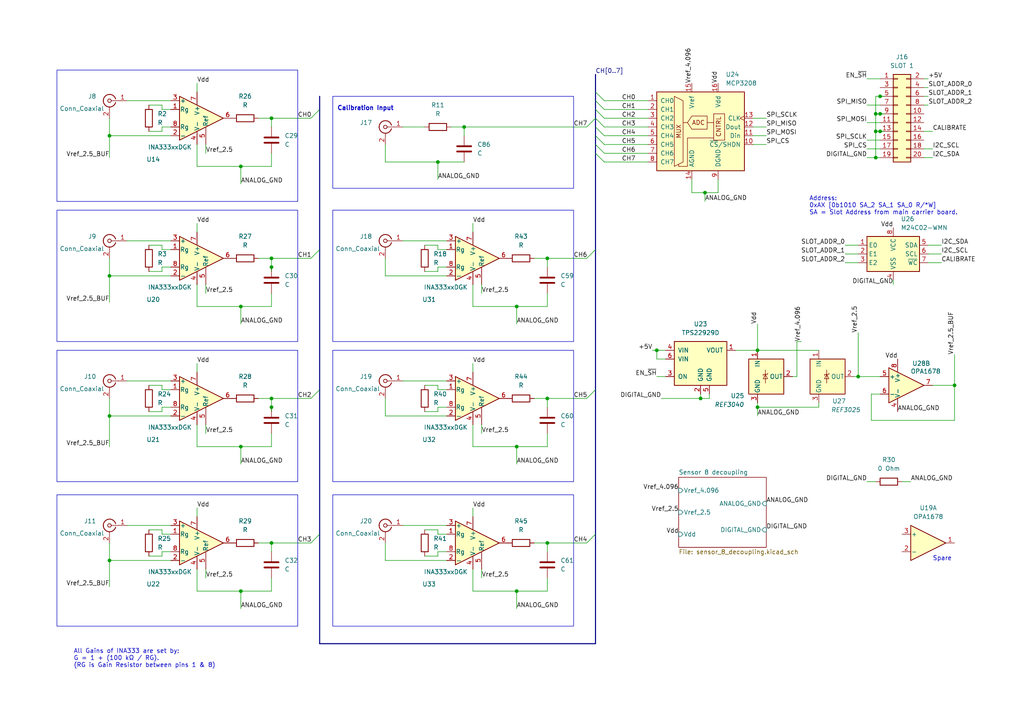
<source format=kicad_sch>
(kicad_sch (version 20231120) (generator "eeschema") (generator_version "8.0")
  (paper "A4")
  (lib_symbols
    (symbol "Amplifier_Instrumentation:INA333xxDGK" (pin_names (offset 0.127))
      (property "Reference" "U" (at 3.81 3.175 0))
      (property "Value" "INA333xxDGK" (at 3.81 -3.175 0))
      (symbol "INA333xxDGK_0_1"
        (polyline (pts (xy 7.62 0) (xy -5.08 6.35) (xy -5.08 -6.35) (xy 7.62 0)) (stroke (width 0.254)) (fill (type background)))
      )
      (symbol "INA333xxDGK_1_1"
        (pin passive line (at -7.62 2.54 0) (length 2.54) (name "Rg") (number "1"))
        (pin input line (at -7.62 -5.08 0) (length 2.54) (name "-") (number "2"))
        (pin input line (at -7.62 5.08 0) (length 2.54) (name "+") (number "3"))
        (pin power_in line (at 0 -7.62 90) (length 3.81) (name "V-") (number "4"))
        (pin input line (at 2.54 -7.62 90) (length 5.08) (name "Ref") (number "5"))
        (pin output line (at 10.16 0 180) (length 2.54) (name "~") (number "6"))
        (pin power_in line (at 0 7.62 270) (length 3.81) (name "V+") (number "7"))
        (pin passive line (at -7.62 -2.54 0) (length 2.54) (name "Rg") (number "8"))
      )
    )
    (symbol "Amplifier_Operational:OPA1678" (pin_names (offset 0.127))
      (property "Reference" "U" (at 0 5.08 0))
      (property "Value" "OPA1678" (at 0 -5.08 0))
      (symbol "OPA1678_1_1"
        (polyline (pts (xy -5.08 5.08) (xy 5.08 0) (xy -5.08 -5.08) (xy -5.08 5.08)) (stroke (width 0.254)) (fill (type background)))
        (pin output line (at 7.62 0 180) (length 2.54) (name "~") (number "1"))
        (pin input line (at -7.62 -2.54 0) (length 2.54) (name "-") (number "2"))
        (pin input line (at -7.62 2.54 0) (length 2.54) (name "+") (number "3"))
      )
      (symbol "OPA1678_2_1"
        (polyline (pts (xy -5.08 5.08) (xy 5.08 0) (xy -5.08 -5.08) (xy -5.08 5.08)) (stroke (width 0.254)) (fill (type background)))
        (pin input line (at -7.62 2.54 0) (length 2.54) (name "+") (number "5"))
        (pin input line (at -7.62 -2.54 0) (length 2.54) (name "-") (number "6"))
        (pin output line (at 7.62 0 180) (length 2.54) (name "~") (number "7"))
      )
      (symbol "OPA1678_3_1"
        (pin power_in line (at -2.54 -7.62 90) (length 3.81) (name "V-") (number "4"))
        (pin power_in line (at -2.54 7.62 270) (length 3.81) (name "V+") (number "8"))
      )
    )
    (symbol "Analog_ADC:MCP3208" (pin_names (offset 1.016))
      (property "Reference" "U" (at -5.08 13.335 0))
      (property "Value" "MCP3208" (at -5.08 11.43 0))
      (symbol "MCP3208_0_0"
        (text "ADC" (at -0.635 1.27 0) (effects (font (size 1.27 1.27))))
        (text "CNTRL" (at 5.969 -2.921 900) (effects (font (size 1.27 1.27)) (justify left bottom)))
        (text "MUX" (at -6.35 -1.27 900) (effects (font (size 1.27 1.27))))
      )
      (symbol "MCP3208_0_1"
        (polyline (pts (xy -3.81 1.27) (xy -5.08 1.27)))
        (polyline (pts (xy 1.905 1.27) (xy 3.81 1.27)))
        (polyline (pts (xy -7.62 8.89) (xy -7.62 -11.43) (xy -5.08 -10.16) (xy -5.08 7.62) (xy -7.62 8.89)))
        (polyline (pts (xy 3.81 -3.175) (xy -3.81 -3.175) (xy -3.81 -11.43) (xy -6.35 -11.43) (xy -6.35 -10.795)))
        (polyline (pts (xy 1.905 3.175) (xy 1.905 -0.635) (xy -2.54 -0.635) (xy -3.81 1.27) (xy -2.54 3.175) (xy 1.905 3.175)))
        (rectangle (start 3.81 -3.81) (end 6.985 3.81))
        (rectangle (start 12.7 -12.7) (end -12.7 10.16) (stroke (width 0.254)) (fill (type background)))
      )
      (symbol "MCP3208_1_1"
        (pin input line (at -15.24 7.62 0) (length 2.54) (name "CH0") (number "1"))
        (pin input line (at 15.24 -5.08 180) (length 2.54) (name "~{CS}/SHDN") (number "10"))
        (pin input line (at 15.24 -2.54 180) (length 2.54) (name "Din") (number "11"))
        (pin output line (at 15.24 0 180) (length 2.54) (name "Dout") (number "12"))
        (pin input clock (at 15.24 2.54 180) (length 2.54) (name "CLK") (number "13"))
        (pin power_in line (at -2.54 -15.24 90) (length 2.54) (name "AGND") (number "14"))
        (pin power_in line (at -2.54 12.7 270) (length 2.54) (name "Vref") (number "15"))
        (pin power_in line (at 5.08 12.7 270) (length 2.54) (name "Vdd") (number "16"))
        (pin input line (at -15.24 5.08 0) (length 2.54) (name "CH1") (number "2"))
        (pin input line (at -15.24 2.54 0) (length 2.54) (name "CH2") (number "3"))
        (pin input line (at -15.24 0 0) (length 2.54) (name "CH3") (number "4"))
        (pin input line (at -15.24 -2.54 0) (length 2.54) (name "CH4") (number "5"))
        (pin input line (at -15.24 -5.08 0) (length 2.54) (name "CH5") (number "6"))
        (pin input line (at -15.24 -7.62 0) (length 2.54) (name "CH6") (number "7"))
        (pin input line (at -15.24 -10.16 0) (length 2.54) (name "CH7") (number "8"))
        (pin power_in line (at 5.08 -15.24 90) (length 2.54) (name "DGND") (number "9"))
      )
    )
    (symbol "Connector:Conn_Coaxial" (pin_names (offset 1.016) hide)
      (property "Reference" "J" (at 0.254 3.048 0))
      (property "Value" "Conn_Coaxial" (at 2.921 0 90))
      (symbol "Conn_Coaxial_0_1"
        (arc (start -1.778 -0.508) (mid 0.2311 -1.8066) (end 1.778 0) (stroke (width 0.254)))
        (polyline (pts (xy -2.54 0) (xy -0.508 0)))
        (polyline (pts (xy 0 -2.54) (xy 0 -1.778)))
        (circle (center 0 0) (radius 0.508) (stroke (width 0.2032)))
        (arc (start 1.778 0) (mid 0.2099 1.8101) (end -1.778 0.508) (stroke (width 0.254)))
      )
      (symbol "Conn_Coaxial_1_1"
        (pin passive line (at -5.08 0 0) (length 2.54) (name "In") (number "1"))
        (pin passive line (at 0 -5.08 90) (length 2.54) (name "Ext") (number "2"))
      )
    )
    (symbol "Connector_Generic:Conn_02x10_Odd_Even" (pin_names (offset 1.016) hide)
      (property "Reference" "J" (at 1.27 12.7 0))
      (property "Value" "Conn_02x10_Odd_Even" (at 1.27 -15.24 0))
      (symbol "Conn_02x10_Odd_Even_1_1"
        (rectangle (start -1.27 -12.573) (end 0 -12.827) (stroke (width 0.1524)))
        (rectangle (start -1.27 -10.033) (end 0 -10.287) (stroke (width 0.1524)))
        (rectangle (start -1.27 -7.493) (end 0 -7.747) (stroke (width 0.1524)))
        (rectangle (start -1.27 -4.953) (end 0 -5.207) (stroke (width 0.1524)))
        (rectangle (start -1.27 -2.413) (end 0 -2.667) (stroke (width 0.1524)))
        (rectangle (start -1.27 0.127) (end 0 -0.127) (stroke (width 0.1524)))
        (rectangle (start -1.27 2.667) (end 0 2.413) (stroke (width 0.1524)))
        (rectangle (start -1.27 5.207) (end 0 4.953) (stroke (width 0.1524)))
        (rectangle (start -1.27 7.747) (end 0 7.493) (stroke (width 0.1524)))
        (rectangle (start -1.27 10.287) (end 0 10.033) (stroke (width 0.1524)))
        (rectangle (start -1.27 11.43) (end 3.81 -13.97) (stroke (width 0.254)) (fill (type background)))
        (rectangle (start 3.81 -12.573) (end 2.54 -12.827) (stroke (width 0.1524)))
        (rectangle (start 3.81 -10.033) (end 2.54 -10.287) (stroke (width 0.1524)))
        (rectangle (start 3.81 -7.493) (end 2.54 -7.747) (stroke (width 0.1524)))
        (rectangle (start 3.81 -4.953) (end 2.54 -5.207) (stroke (width 0.1524)))
        (rectangle (start 3.81 -2.413) (end 2.54 -2.667) (stroke (width 0.1524)))
        (rectangle (start 3.81 0.127) (end 2.54 -0.127) (stroke (width 0.1524)))
        (rectangle (start 3.81 2.667) (end 2.54 2.413) (stroke (width 0.1524)))
        (rectangle (start 3.81 5.207) (end 2.54 4.953) (stroke (width 0.1524)))
        (rectangle (start 3.81 7.747) (end 2.54 7.493) (stroke (width 0.1524)))
        (rectangle (start 3.81 10.287) (end 2.54 10.033) (stroke (width 0.1524)))
        (pin passive line (at -5.08 10.16 0) (length 3.81) (name "Pin_1") (number "1"))
        (pin passive line (at 7.62 0 180) (length 3.81) (name "Pin_10") (number "10"))
        (pin passive line (at -5.08 -2.54 0) (length 3.81) (name "Pin_11") (number "11"))
        (pin passive line (at 7.62 -2.54 180) (length 3.81) (name "Pin_12") (number "12"))
        (pin passive line (at -5.08 -5.08 0) (length 3.81) (name "Pin_13") (number "13"))
        (pin passive line (at 7.62 -5.08 180) (length 3.81) (name "Pin_14") (number "14"))
        (pin passive line (at -5.08 -7.62 0) (length 3.81) (name "Pin_15") (number "15"))
        (pin passive line (at 7.62 -7.62 180) (length 3.81) (name "Pin_16") (number "16"))
        (pin passive line (at -5.08 -10.16 0) (length 3.81) (name "Pin_17") (number "17"))
        (pin passive line (at 7.62 -10.16 180) (length 3.81) (name "Pin_18") (number "18"))
        (pin passive line (at -5.08 -12.7 0) (length 3.81) (name "Pin_19") (number "19"))
        (pin passive line (at 7.62 10.16 180) (length 3.81) (name "Pin_2") (number "2"))
        (pin passive line (at 7.62 -12.7 180) (length 3.81) (name "Pin_20") (number "20"))
        (pin passive line (at -5.08 7.62 0) (length 3.81) (name "Pin_3") (number "3"))
        (pin passive line (at 7.62 7.62 180) (length 3.81) (name "Pin_4") (number "4"))
        (pin passive line (at -5.08 5.08 0) (length 3.81) (name "Pin_5") (number "5"))
        (pin passive line (at 7.62 5.08 180) (length 3.81) (name "Pin_6") (number "6"))
        (pin passive line (at -5.08 2.54 0) (length 3.81) (name "Pin_7") (number "7"))
        (pin passive line (at 7.62 2.54 180) (length 3.81) (name "Pin_8") (number "8"))
        (pin passive line (at -5.08 0 0) (length 3.81) (name "Pin_9") (number "9"))
      )
    )
    (symbol "Device:C" (pin_numbers hide) (pin_names (offset 0.254))
      (property "Reference" "C" (at 0.635 2.54 0))
      (property "Value" "C" (at 0.635 -2.54 0))
      (symbol "C_0_1"
        (polyline (pts (xy -2.032 -0.762) (xy 2.032 -0.762)) (stroke (width 0.508)))
        (polyline (pts (xy -2.032 0.762) (xy 2.032 0.762)) (stroke (width 0.508)))
      )
      (symbol "C_1_1"
        (pin passive line (at 0 3.81 270) (length 2.794) (name "~") (number "1"))
        (pin passive line (at 0 -3.81 90) (length 2.794) (name "~") (number "2"))
      )
    )
    (symbol "Device:R" (pin_numbers hide) (pin_names (offset 0))
      (property "Reference" "R" (at 2.032 0 90))
      (property "Value" "R" (at 0 0 90))
      (symbol "R_0_1"
        (rectangle (start -1.016 -2.54) (end 1.016 2.54) (stroke (width 0.254)))
      )
      (symbol "R_1_1"
        (pin passive line (at 0 3.81 270) (length 1.27) (name "~") (number "1"))
        (pin passive line (at 0 -3.81 90) (length 1.27) (name "~") (number "2"))
      )
    )
    (symbol "Memory_EEPROM:M24C02-WMN"
      (property "Reference" "U" (at -6.35 6.35 0))
      (property "Value" "M24C02-WMN" (at 7.62 6.35 0))
      (symbol "M24C02-WMN_0_1"
        (rectangle (start -7.62 5.08) (end 7.62 -5.08) (stroke (width 0.254)) (fill (type background)))
      )
      (symbol "M24C02-WMN_1_1"
        (pin input line (at -10.16 2.54 0) (length 2.54) (name "E0") (number "1"))
        (pin input line (at -10.16 0 0) (length 2.54) (name "E1") (number "2"))
        (pin input line (at -10.16 -2.54 0) (length 2.54) (name "E2") (number "3"))
        (pin power_in line (at 0 -7.62 90) (length 2.54) (name "VSS") (number "4"))
        (pin bidirectional line (at 10.16 2.54 180) (length 2.54) (name "SDA") (number "5"))
        (pin input line (at 10.16 0 180) (length 2.54) (name "SCL") (number "6"))
        (pin input line (at 10.16 -2.54 180) (length 2.54) (name "~{WC}") (number "7"))
        (pin power_in line (at 0 7.62 270) (length 2.54) (name "VCC") (number "8"))
      )
    )
    (symbol "Power_Management:TPS22929D" (pin_names (offset 1.016))
      (property "Reference" "U" (at -7.62 8.89 0))
      (property "Value" "TPS22929D" (at 7.62 8.89 0))
      (symbol "TPS22929D_0_1"
        (rectangle (start -7.62 7.62) (end 7.62 -5.08) (stroke (width 0.254)) (fill (type background)))
      )
      (symbol "TPS22929D_1_1"
        (pin power_out line (at 10.16 5.08 180) (length 2.54) (name "VOUT") (number "1"))
        (pin power_in line (at 0 -7.62 90) (length 2.54) (name "GND") (number "2"))
        (pin input line (at -10.16 -2.54 0) (length 2.54) (name "ON") (number "3"))
        (pin power_in line (at -10.16 5.08 0) (length 2.54) (name "VIN") (number "4"))
        (pin power_in line (at 2.54 -7.62 90) (length 2.54) (name "GND") (number "5"))
        (pin power_in line (at -10.16 2.54 0) (length 2.54) (name "VIN") (number "6"))
      )
    )
    (symbol "Reference_Voltage:REF3025" (pin_names (offset 0.254))
      (property "Reference" "U" (at 0 6.35 0))
      (property "Value" "REF3025" (at 2.54 -6.35 0))
      (symbol "REF3025_0_1"
        (rectangle (start -5.08 5.08) (end 5.08 -5.08) (stroke (width 0.254)) (fill (type background)))
        (polyline (pts (xy -0.254 1.905) (xy -0.254 -1.905)))
        (polyline (pts (xy -0.889 -0.635) (xy 0.381 -0.635) (xy -0.254 0.635) (xy -0.889 -0.635)))
        (polyline (pts (xy 0.381 1.016) (xy 0.381 0.635) (xy -0.889 0.635) (xy -0.889 0.254)))
      )
      (symbol "REF3025_1_1"
        (pin power_in line (at -2.54 7.62 270) (length 2.54) (name "IN") (number "1"))
        (pin power_out line (at 7.62 0 180) (length 2.54) (name "OUT") (number "2"))
        (pin power_in line (at -2.54 -7.62 90) (length 2.54) (name "GND") (number "3"))
      )
    )
    (symbol "Reference_Voltage:REF3040" (pin_names (offset 0.254))
      (property "Reference" "U" (at 0 6.35 0))
      (property "Value" "REF3040" (at 2.54 -6.35 0))
      (symbol "REF3040_0_1"
        (rectangle (start -5.08 5.08) (end 5.08 -5.08) (stroke (width 0.254)) (fill (type background)))
        (polyline (pts (xy -0.254 1.905) (xy -0.254 -1.905)))
        (polyline (pts (xy -0.889 -0.635) (xy 0.381 -0.635) (xy -0.254 0.635) (xy -0.889 -0.635)))
        (polyline (pts (xy 0.381 1.016) (xy 0.381 0.635) (xy -0.889 0.635) (xy -0.889 0.254)))
      )
      (symbol "REF3040_1_1"
        (pin power_in line (at -2.54 7.62 270) (length 2.54) (name "IN") (number "1"))
        (pin power_out line (at 7.62 0 180) (length 2.54) (name "OUT") (number "2"))
        (pin power_in line (at -2.54 -7.62 90) (length 2.54) (name "GND") (number "3"))
      )
    )
  )
  (junction (at 149.86 171.45))
  (junction (at 69.85 48.26))
  (junction (at 204.47 55.88))
  (junction (at 69.85 171.45))
  (junction (at 254 33.02))
  (junction (at 31.75 80.01))
  (junction (at 248.92 109.22))
  (junction (at 255.27 38.1))
  (junction (at 149.86 88.9))
  (junction (at 219.71 118.11))
  (junction (at 78.74 77.47))
  (junction (at 276.86 111.76))
  (junction (at 255.27 27.94))
  (junction (at 31.75 39.37))
  (junction (at 78.74 34.29))
  (junction (at 134.62 36.83))
  (junction (at 158.75 157.48))
  (junction (at 69.85 88.9))
  (junction (at 219.71 101.6))
  (junction (at 203.2 115.57))
  (junction (at 69.85 129.54))
  (junction (at 254 45.72))
  (junction (at 31.75 120.65))
  (junction (at 158.75 115.57))
  (junction (at 254 38.1))
  (junction (at 127 46.99))
  (junction (at 158.75 74.93))
  (junction (at 78.74 118.11))
  (junction (at 255.27 33.02))
  (junction (at 78.74 157.48))
  (junction (at 78.74 74.93))
  (junction (at 78.74 115.57))
  (junction (at 190.5 101.6))
  (junction (at 149.86 129.54))
  (junction (at 31.75 162.56))
  (bus_entry (at 172.72 113.03) (size -2.54 2.54))
  (bus_entry (at 92.71 31.75) (size -2.54 2.54))
  (bus_entry (at 172.72 39.37) (size 2.54 2.54))
  (bus_entry (at 92.71 72.39) (size -2.54 2.54))
  (bus_entry (at 172.72 34.29) (size 2.54 2.54))
  (bus_entry (at 172.72 36.83) (size 2.54 2.54))
  (bus_entry (at 172.72 29.21) (size 2.54 2.54))
  (bus_entry (at 172.72 26.67) (size 2.54 2.54))
  (bus_entry (at 172.72 154.94) (size -2.54 2.54))
  (bus_entry (at 172.72 41.91) (size 2.54 2.54))
  (bus_entry (at 172.72 31.75) (size 2.54 2.54))
  (bus_entry (at 92.71 113.03) (size -2.54 2.54))
  (bus_entry (at 92.71 154.94) (size -2.54 2.54))
  (bus_entry (at 172.72 34.29) (size -2.54 2.54))
  (bus_entry (at 172.72 44.45) (size 2.54 2.54))
  (bus_entry (at 172.72 72.39) (size -2.54 2.54))
  (bus (pts (xy 172.72 72.39) (xy 172.72 113.03)))
  (wire (pts (xy 31.75 39.37) (xy 31.75 45.72)))
  (wire (pts (xy 245.11 73.66) (xy 248.92 73.66)))
  (wire (pts (xy 69.85 88.9) (xy 78.74 88.9)))
  (wire (pts (xy 137.16 129.54) (xy 137.16 123.19)))
  (bus (pts (xy 172.72 26.67) (xy 172.72 29.21)))
  (wire (pts (xy 218.44 39.37) (xy 222.25 39.37)))
  (wire (pts (xy 255.27 35.56) (xy 251.46 35.56)))
  (wire (pts (xy 129.54 72.39) (xy 127 72.39)))
  (wire (pts (xy 57.15 105.41) (xy 57.15 107.95)))
  (wire (pts (xy 49.53 113.03) (xy 46.99 113.03)))
  (wire (pts (xy 149.86 88.9) (xy 158.75 88.9)))
  (wire (pts (xy 251.46 43.18) (xy 255.27 43.18)))
  (wire (pts (xy 36.83 69.85) (xy 49.53 69.85)))
  (wire (pts (xy 254 27.94) (xy 254 33.02)))
  (wire (pts (xy 256.54 38.1) (xy 255.27 38.1)))
  (wire (pts (xy 256.54 27.94) (xy 255.27 27.94)))
  (wire (pts (xy 78.74 157.48) (xy 90.17 157.48)))
  (bus (pts (xy 172.72 34.29) (xy 172.72 36.83)))
  (wire (pts (xy 158.75 74.93) (xy 154.94 74.93)))
  (wire (pts (xy 218.44 36.83) (xy 222.25 36.83)))
  (wire (pts (xy 49.53 72.39) (xy 46.99 72.39)))
  (wire (pts (xy 129.54 154.94) (xy 127 154.94)))
  (wire (pts (xy 276.86 121.92) (xy 252.73 121.92)))
  (wire (pts (xy 149.86 171.45) (xy 158.75 171.45)))
  (wire (pts (xy 158.75 157.48) (xy 154.94 157.48)))
  (wire (pts (xy 191.77 115.57) (xy 203.2 115.57)))
  (wire (pts (xy 137.16 105.41) (xy 137.16 107.95)))
  (wire (pts (xy 213.36 101.6) (xy 219.71 101.6)))
  (wire (pts (xy 31.75 120.65) (xy 31.75 115.57)))
  (wire (pts (xy 69.85 129.54) (xy 69.85 134.62)))
  (wire (pts (xy 255.27 38.1) (xy 254 38.1)))
  (wire (pts (xy 134.62 36.83) (xy 134.62 39.37)))
  (wire (pts (xy 255.27 40.64) (xy 251.46 40.64)))
  (wire (pts (xy 248.92 109.22) (xy 255.27 109.22)))
  (wire (pts (xy 111.76 46.99) (xy 111.76 41.91)))
  (wire (pts (xy 46.99 113.03) (xy 46.99 111.76)))
  (wire (pts (xy 149.86 171.45) (xy 149.86 176.53)))
  (wire (pts (xy 175.26 34.29) (xy 187.96 34.29)))
  (wire (pts (xy 219.71 116.84) (xy 219.71 118.11)))
  (wire (pts (xy 137.16 64.77) (xy 137.16 67.31)))
  (wire (pts (xy 158.75 74.93) (xy 170.18 74.93)))
  (wire (pts (xy 123.19 161.29) (xy 127 161.29)))
  (wire (pts (xy 46.99 72.39) (xy 46.99 71.12)))
  (wire (pts (xy 59.69 165.1) (xy 59.69 167.64)))
  (wire (pts (xy 46.99 160.02) (xy 49.53 160.02)))
  (wire (pts (xy 270.51 38.1) (xy 267.97 38.1)))
  (wire (pts (xy 149.86 88.9) (xy 137.16 88.9)))
  (wire (pts (xy 69.85 129.54) (xy 57.15 129.54)))
  (wire (pts (xy 43.18 38.1) (xy 46.99 38.1)))
  (wire (pts (xy 175.26 39.37) (xy 187.96 39.37)))
  (wire (pts (xy 43.18 161.29) (xy 46.99 161.29)))
  (wire (pts (xy 254 45.72) (xy 255.27 45.72)))
  (wire (pts (xy 69.85 129.54) (xy 78.74 129.54)))
  (wire (pts (xy 231.14 99.06) (xy 232.41 99.06)))
  (bus (pts (xy 172.72 36.83) (xy 172.72 39.37)))
  (bus (pts (xy 172.72 113.03) (xy 172.72 154.94)))
  (wire (pts (xy 219.71 101.6) (xy 237.49 101.6)))
  (wire (pts (xy 267.97 25.4) (xy 269.24 25.4)))
  (bus (pts (xy 172.72 154.94) (xy 172.72 186.69)))
  (wire (pts (xy 49.53 120.65) (xy 31.75 120.65)))
  (wire (pts (xy 137.16 88.9) (xy 137.16 82.55)))
  (wire (pts (xy 127 153.67) (xy 123.19 153.67)))
  (bus (pts (xy 92.71 31.75) (xy 92.71 72.39)))
  (wire (pts (xy 175.26 29.21) (xy 187.96 29.21)))
  (wire (pts (xy 158.75 115.57) (xy 170.18 115.57)))
  (wire (pts (xy 116.84 110.49) (xy 129.54 110.49)))
  (wire (pts (xy 78.74 78.74) (xy 78.74 77.47)))
  (wire (pts (xy 111.76 162.56) (xy 111.76 157.48)))
  (wire (pts (xy 46.99 71.12) (xy 43.18 71.12)))
  (wire (pts (xy 134.62 36.83) (xy 130.81 36.83)))
  (wire (pts (xy 200.66 52.07) (xy 200.66 55.88)))
  (wire (pts (xy 78.74 118.11) (xy 78.74 115.57)))
  (wire (pts (xy 149.86 129.54) (xy 149.86 134.62)))
  (bus (pts (xy 92.71 113.03) (xy 92.71 154.94)))
  (wire (pts (xy 36.83 110.49) (xy 49.53 110.49)))
  (wire (pts (xy 137.16 171.45) (xy 137.16 165.1)))
  (bus (pts (xy 172.72 44.45) (xy 172.72 72.39)))
  (wire (pts (xy 259.08 82.55) (xy 259.08 81.28)))
  (wire (pts (xy 269.24 76.2) (xy 273.05 76.2)))
  (wire (pts (xy 203.2 115.57) (xy 203.2 114.3)))
  (bus (pts (xy 172.72 39.37) (xy 172.72 41.91)))
  (wire (pts (xy 46.99 36.83) (xy 49.53 36.83)))
  (bus (pts (xy 172.72 29.21) (xy 172.72 31.75)))
  (wire (pts (xy 254 38.1) (xy 254 45.72)))
  (wire (pts (xy 254 33.02) (xy 254 38.1)))
  (wire (pts (xy 46.99 118.11) (xy 49.53 118.11)))
  (wire (pts (xy 127 72.39) (xy 127 71.12)))
  (wire (pts (xy 231.14 99.06) (xy 231.14 109.22)))
  (wire (pts (xy 49.53 31.75) (xy 46.99 31.75)))
  (wire (pts (xy 204.47 55.88) (xy 204.47 58.42)))
  (wire (pts (xy 255.27 30.48) (xy 251.46 30.48)))
  (wire (pts (xy 123.19 78.74) (xy 127 78.74)))
  (wire (pts (xy 57.15 171.45) (xy 57.15 165.1)))
  (wire (pts (xy 46.99 154.94) (xy 46.99 153.67)))
  (wire (pts (xy 31.75 80.01) (xy 31.75 74.93)))
  (wire (pts (xy 78.74 119.38) (xy 78.74 118.11)))
  (wire (pts (xy 78.74 74.93) (xy 78.74 77.47)))
  (wire (pts (xy 49.53 80.01) (xy 31.75 80.01)))
  (wire (pts (xy 129.54 113.03) (xy 127 113.03)))
  (wire (pts (xy 245.11 71.12) (xy 248.92 71.12)))
  (wire (pts (xy 78.74 74.93) (xy 90.17 74.93)))
  (wire (pts (xy 251.46 22.86) (xy 255.27 22.86)))
  (wire (pts (xy 69.85 171.45) (xy 57.15 171.45)))
  (wire (pts (xy 57.15 88.9) (xy 57.15 82.55)))
  (wire (pts (xy 267.97 30.48) (xy 269.24 30.48)))
  (wire (pts (xy 149.86 129.54) (xy 137.16 129.54)))
  (bus (pts (xy 172.72 186.69) (xy 92.71 186.69)))
  (wire (pts (xy 57.15 48.26) (xy 57.15 41.91)))
  (wire (pts (xy 190.5 101.6) (xy 193.04 101.6)))
  (wire (pts (xy 127 119.38) (xy 127 118.11)))
  (wire (pts (xy 208.28 52.07) (xy 208.28 55.88)))
  (wire (pts (xy 276.86 111.76) (xy 276.86 121.92)))
  (wire (pts (xy 175.26 44.45) (xy 187.96 44.45)))
  (wire (pts (xy 134.62 36.83) (xy 170.18 36.83)))
  (wire (pts (xy 127 118.11) (xy 129.54 118.11)))
  (wire (pts (xy 49.53 39.37) (xy 31.75 39.37)))
  (wire (pts (xy 158.75 115.57) (xy 158.75 118.11)))
  (wire (pts (xy 116.84 36.83) (xy 123.19 36.83)))
  (wire (pts (xy 127 160.02) (xy 129.54 160.02)))
  (wire (pts (xy 251.46 139.7) (xy 254 139.7)))
  (wire (pts (xy 127 46.99) (xy 127 52.07)))
  (wire (pts (xy 139.7 123.19) (xy 139.7 125.73)))
  (wire (pts (xy 267.97 22.86) (xy 269.24 22.86)))
  (wire (pts (xy 49.53 162.56) (xy 31.75 162.56)))
  (wire (pts (xy 205.74 114.3) (xy 205.74 115.57)))
  (wire (pts (xy 116.84 152.4) (xy 129.54 152.4)))
  (wire (pts (xy 36.83 152.4) (xy 49.53 152.4)))
  (wire (pts (xy 78.74 34.29) (xy 78.74 36.83)))
  (wire (pts (xy 252.73 114.3) (xy 255.27 114.3)))
  (wire (pts (xy 57.15 129.54) (xy 57.15 123.19)))
  (wire (pts (xy 59.69 41.91) (xy 59.69 44.45)))
  (wire (pts (xy 46.99 78.74) (xy 46.99 77.47)))
  (wire (pts (xy 175.26 31.75) (xy 187.96 31.75)))
  (wire (pts (xy 57.15 147.32) (xy 57.15 149.86)))
  (wire (pts (xy 190.5 104.14) (xy 190.5 101.6)))
  (wire (pts (xy 248.92 109.22) (xy 247.65 109.22)))
  (wire (pts (xy 111.76 80.01) (xy 111.76 74.93)))
  (wire (pts (xy 267.97 45.72) (xy 270.51 45.72)))
  (wire (pts (xy 116.84 69.85) (xy 129.54 69.85)))
  (wire (pts (xy 231.14 109.22) (xy 229.87 109.22)))
  (wire (pts (xy 255.27 27.94) (xy 254 27.94)))
  (wire (pts (xy 158.75 157.48) (xy 170.18 157.48)))
  (wire (pts (xy 149.86 171.45) (xy 137.16 171.45)))
  (wire (pts (xy 36.83 29.21) (xy 49.53 29.21)))
  (wire (pts (xy 31.75 87.63) (xy 31.75 80.01)))
  (wire (pts (xy 69.85 48.26) (xy 78.74 48.26)))
  (wire (pts (xy 189.23 101.6) (xy 190.5 101.6)))
  (wire (pts (xy 129.54 120.65) (xy 111.76 120.65)))
  (wire (pts (xy 59.69 123.19) (xy 59.69 125.73)))
  (wire (pts (xy 267.97 27.94) (xy 269.24 27.94)))
  (wire (pts (xy 158.75 125.73) (xy 158.75 129.54)))
  (wire (pts (xy 252.73 121.92) (xy 252.73 114.3)))
  (wire (pts (xy 57.15 24.13) (xy 57.15 26.67)))
  (wire (pts (xy 31.75 162.56) (xy 31.75 170.18)))
  (wire (pts (xy 200.66 55.88) (xy 204.47 55.88)))
  (wire (pts (xy 69.85 48.26) (xy 69.85 53.34)))
  (wire (pts (xy 269.24 73.66) (xy 273.05 73.66)))
  (wire (pts (xy 123.19 119.38) (xy 127 119.38)))
  (wire (pts (xy 149.86 129.54) (xy 158.75 129.54)))
  (wire (pts (xy 69.85 171.45) (xy 78.74 171.45)))
  (wire (pts (xy 57.15 64.77) (xy 57.15 67.31)))
  (wire (pts (xy 218.44 34.29) (xy 222.25 34.29)))
  (wire (pts (xy 127 77.47) (xy 129.54 77.47)))
  (wire (pts (xy 78.74 74.93) (xy 74.93 74.93)))
  (wire (pts (xy 158.75 115.57) (xy 154.94 115.57)))
  (wire (pts (xy 251.46 45.72) (xy 254 45.72)))
  (wire (pts (xy 69.85 171.45) (xy 69.85 176.53)))
  (wire (pts (xy 78.74 125.73) (xy 78.74 129.54)))
  (wire (pts (xy 261.62 139.7) (xy 264.16 139.7)))
  (wire (pts (xy 111.76 120.65) (xy 111.76 115.57)))
  (wire (pts (xy 237.49 116.84) (xy 237.49 118.11)))
  (wire (pts (xy 158.75 157.48) (xy 158.75 160.02)))
  (wire (pts (xy 158.75 167.64) (xy 158.75 171.45)))
  (wire (pts (xy 78.74 157.48) (xy 74.93 157.48)))
  (wire (pts (xy 59.69 82.55) (xy 59.69 85.09)))
  (wire (pts (xy 69.85 88.9) (xy 69.85 93.98)))
  (wire (pts (xy 204.47 55.88) (xy 208.28 55.88)))
  (wire (pts (xy 218.44 41.91) (xy 222.25 41.91)))
  (wire (pts (xy 137.16 147.32) (xy 137.16 149.86)))
  (wire (pts (xy 31.75 39.37) (xy 31.75 34.29)))
  (wire (pts (xy 219.71 118.11) (xy 219.71 120.65)))
  (wire (pts (xy 193.04 104.14) (xy 190.5 104.14)))
  (wire (pts (xy 193.04 109.22) (xy 190.5 109.22)))
  (wire (pts (xy 43.18 78.74) (xy 46.99 78.74)))
  (wire (pts (xy 46.99 77.47) (xy 49.53 77.47)))
  (wire (pts (xy 78.74 34.29) (xy 74.93 34.29)))
  (wire (pts (xy 46.99 161.29) (xy 46.99 160.02)))
  (wire (pts (xy 127 78.74) (xy 127 77.47)))
  (wire (pts (xy 111.76 46.99) (xy 127 46.99)))
  (wire (pts (xy 127 161.29) (xy 127 160.02)))
  (wire (pts (xy 219.71 118.11) (xy 237.49 118.11)))
  (wire (pts (xy 49.53 154.94) (xy 46.99 154.94)))
  (wire (pts (xy 139.7 165.1) (xy 139.7 167.64)))
  (wire (pts (xy 129.54 162.56) (xy 111.76 162.56)))
  (wire (pts (xy 46.99 111.76) (xy 43.18 111.76)))
  (wire (pts (xy 276.86 102.87) (xy 276.86 111.76)))
  (wire (pts (xy 139.7 82.55) (xy 139.7 85.09)))
  (bus (pts (xy 172.72 21.59) (xy 172.72 26.67)))
  (wire (pts (xy 248.92 96.52) (xy 248.92 109.22)))
  (wire (pts (xy 69.85 48.26) (xy 57.15 48.26)))
  (wire (pts (xy 269.24 71.12) (xy 273.05 71.12)))
  (wire (pts (xy 127 46.99) (xy 134.62 46.99)))
  (wire (pts (xy 78.74 157.48) (xy 78.74 160.02)))
  (bus (pts (xy 92.71 154.94) (xy 92.71 186.69)))
  (wire (pts (xy 127 111.76) (xy 123.19 111.76)))
  (wire (pts (xy 31.75 120.65) (xy 31.75 129.54)))
  (wire (pts (xy 69.85 88.9) (xy 57.15 88.9)))
  (wire (pts (xy 175.26 41.91) (xy 187.96 41.91)))
  (wire (pts (xy 127 71.12) (xy 123.19 71.12)))
  (wire (pts (xy 43.18 119.38) (xy 46.99 119.38)))
  (wire (pts (xy 46.99 119.38) (xy 46.99 118.11)))
  (wire (pts (xy 78.74 115.57) (xy 90.17 115.57)))
  (wire (pts (xy 78.74 115.57) (xy 74.93 115.57)))
  (wire (pts (xy 256.54 33.02) (xy 255.27 33.02)))
  (bus (pts (xy 92.71 72.39) (xy 92.71 113.03)))
  (wire (pts (xy 78.74 34.29) (xy 90.17 34.29)))
  (wire (pts (xy 78.74 85.09) (xy 78.74 88.9)))
  (wire (pts (xy 46.99 30.48) (xy 43.18 30.48)))
  (wire (pts (xy 78.74 44.45) (xy 78.74 48.26)))
  (bus (pts (xy 92.71 27.94) (xy 92.71 31.75)))
  (wire (pts (xy 127 154.94) (xy 127 153.67)))
  (wire (pts (xy 270.51 43.18) (xy 267.97 43.18)))
  (wire (pts (xy 127 113.03) (xy 127 111.76)))
  (wire (pts (xy 219.71 101.6) (xy 219.71 93.98)))
  (wire (pts (xy 203.2 115.57) (xy 205.74 115.57)))
  (wire (pts (xy 254 33.02) (xy 255.27 33.02)))
  (wire (pts (xy 175.26 36.83) (xy 187.96 36.83)))
  (bus (pts (xy 172.72 31.75) (xy 172.72 34.29)))
  (wire (pts (xy 245.11 76.2) (xy 248.92 76.2)))
  (wire (pts (xy 158.75 74.93) (xy 158.75 77.47)))
  (wire (pts (xy 78.74 167.64) (xy 78.74 171.45)))
  (wire (pts (xy 129.54 80.01) (xy 111.76 80.01)))
  (wire (pts (xy 158.75 85.09) (xy 158.75 88.9)))
  (wire (pts (xy 149.86 88.9) (xy 149.86 93.98)))
  (wire (pts (xy 46.99 31.75) (xy 46.99 30.48)))
  (wire (pts (xy 270.51 111.76) (xy 276.86 111.76)))
  (wire (pts (xy 46.99 38.1) (xy 46.99 36.83)))
  (wire (pts (xy 46.99 153.67) (xy 43.18 153.67)))
  (wire (pts (xy 175.26 46.99) (xy 187.96 46.99)))
  (wire (pts (xy 31.75 162.56) (xy 31.75 157.48)))
  (bus (pts (xy 172.72 41.91) (xy 172.72 44.45)))
  (rectangle (start 16.51 60.96) (end 86.36 99.06))
  (rectangle (start 96.52 60.96) (end 166.37 99.06))
  (rectangle (start 96.52 101.6) (end 166.37 139.7))
  (rectangle (start 16.51 143.51) (end 86.36 181.61))
  (rectangle (start 96.52 27.94) (end 166.37 54.61))
  (rectangle (start 16.51 20.32) (end 86.36 58.42))
  (rectangle (start 96.52 143.51) (end 166.37 181.61))
  (rectangle (start 16.51 101.6) (end 86.36 139.7))
  (text "Address:\n0xAX [0b1010 SA_2 SA_1 SA_0 R/*W]\nSA = Slot Address from main carrier board." (at 234.696 59.69 0) (effects (font (size 1.27 1.27)) (justify left)))
  (text "Calibration Input" (at 97.79 31.496 0) (effects (font (size 1.27 1.27) (thickness 0.254) (bold yes)) (justify left)))
  (text "Spare\n" (at 270.51 162.052 0) (effects (font (size 1.27 1.27)) (justify left)))
  (text "All Gains of INA333 are set by:\nG = 1 + (100 kΩ / RG).\n(RG is Gain Resistor between pins 1 & 8)" (at 21.336 191.008 0) (effects (font (size 1.27 1.27)) (justify left)))
  (label "CH1" (at 180.34 31.75 0))
  (label "DIGITAL_GND" (at 191.77 115.57 180))
  (label "Vref_2.5_BUF" (at 31.75 129.54 180))
  (label "+5V" (at 269.24 22.86 0))
  (label "ANALOG_GND" (at 127 52.07 0))
  (label "CALIBRATE" (at 273.05 76.2 0))
  (label "SPI_MISO" (at 222.25 36.83 0))
  (label "Vdd" (at 57.15 147.32 0))
  (label "I2C_SDA" (at 270.51 45.72 0))
  (label "Vref_2.5" (at 248.92 96.52 90))
  (label "SLOT_ADDR_0" (at 269.24 25.4 0))
  (label "SPI_SCLK" (at 251.46 40.64 180))
  (label "DIGITAL_GND" (at 251.46 45.72 180))
  (label "CH4" (at 180.34 39.37 0))
  (label "I2C_SCL" (at 270.51 43.18 0))
  (label "Vdd" (at 259.08 66.04 180))
  (label "CH5" (at 180.34 41.91 0))
  (label "Vdd" (at 57.15 24.13 0))
  (label "CALIBRATE" (at 270.51 38.1 0))
  (label "CH6" (at 166.37 74.93 0))
  (label "Vref_2.5" (at 59.69 167.64 0))
  (label "CH[0..7]" (at 172.72 21.59 0))
  (label "CH7" (at 180.34 46.99 0))
  (label "Vref_2.5" (at 139.7 167.64 0))
  (label "SPI_SCLK" (at 222.25 34.29 0))
  (label "Vref_2.5_BUF" (at 276.86 102.87 90))
  (label "Vdd" (at 260.35 104.14 180))
  (label "ANALOG_GND" (at 69.85 134.62 0))
  (label "Vref_4.096" (at 196.85 142.24 180))
  (label "SLOT_ADDR_0" (at 245.11 71.12 180))
  (label "CH5" (at 166.37 115.57 0))
  (label "SPI_CS" (at 251.46 43.18 180))
  (label "Vdd" (at 208.28 24.13 90))
  (label "I2C_SDA" (at 273.05 71.12 0))
  (label "CH2" (at 86.36 115.57 0))
  (label "CH2" (at 180.34 34.29 0))
  (label "Vdd" (at 57.15 64.77 0))
  (label "Vref_2.5_BUF" (at 31.75 170.18 180))
  (label "ANALOG_GND" (at 149.86 134.62 0))
  (label "SPI_MISO" (at 251.46 30.48 180))
  (label "ANALOG_GND" (at 222.25 146.05 0))
  (label "Vref_2.5_BUF" (at 31.75 87.63 180))
  (label "DIGITAL_GND" (at 222.25 153.67 0))
  (label "+5V" (at 189.23 101.6 180))
  (label "EN_~{SH}" (at 251.46 22.86 180))
  (label "Vdd" (at 57.15 105.41 0))
  (label "ANALOG_GND" (at 264.16 139.7 0))
  (label "CH3" (at 180.34 36.83 0))
  (label "SPI_MOSI" (at 222.25 39.37 0))
  (label "ANALOG_GND" (at 69.85 93.98 0))
  (label "ANALOG_GND" (at 149.86 93.98 0))
  (label "Vref_4.096" (at 232.41 99.06 90))
  (label "DIGITAL_GND" (at 259.08 82.55 180))
  (label "Vref_2.5" (at 59.69 125.73 0))
  (label "Vdd" (at 137.16 105.41 0))
  (label "SPI_MOSI" (at 251.46 35.56 180))
  (label "Vref_2.5_BUF" (at 31.75 45.72 180))
  (label "ANALOG_GND" (at 69.85 53.34 0))
  (label "Vref_2.5" (at 59.69 85.09 0))
  (label "Vdd" (at 137.16 64.77 0))
  (label "Vref_2.5" (at 139.7 125.73 0))
  (label "SLOT_ADDR_1" (at 245.11 73.66 180))
  (label "DIGITAL_GND" (at 251.46 139.7 180))
  (label "Vref_4.096" (at 200.66 24.13 90))
  (label "SLOT_ADDR_2" (at 269.24 30.48 0))
  (label "CH6" (at 180.34 44.45 0))
  (label "CH0" (at 180.34 29.21 0))
  (label "I2C_SCL" (at 273.05 73.66 0))
  (label "Vdd" (at 219.71 93.98 90))
  (label "CH1" (at 86.36 74.93 0))
  (label "Vref_2.5" (at 196.85 148.59 180))
  (label "EN_~{SH}" (at 190.5 109.22 180))
  (label "CH0" (at 86.36 34.29 0))
  (label "Vref_2.5" (at 139.7 85.09 0))
  (label "SLOT_ADDR_2" (at 245.11 76.2 180))
  (label "ANALOG_GND" (at 69.85 176.53 0))
  (label "ANALOG_GND" (at 149.86 176.53 0))
  (label "ANALOG_GND" (at 204.47 58.42 0))
  (label "Vref_2.5" (at 59.69 44.45 0))
  (label "Vdd" (at 196.85 154.94 180))
  (label "CH7" (at 166.37 36.83 0))
  (label "CH4" (at 166.37 157.48 0))
  (label "ANALOG_GND" (at 219.71 120.65 0))
  (label "Vdd" (at 137.16 147.32 0))
  (label "CH3" (at 86.36 157.48 0))
  (label "SPI_CS" (at 222.25 41.91 0))
  (label "SLOT_ADDR_1" (at 269.24 27.94 0))
  (label "ANALOG_GND" (at 260.35 119.38 0))
  (symbol (lib_id "Connector_Generic:Conn_02x10_Odd_Even") (at 260.35 33.02 0) (unit 1)
    (property "Reference" "J16" (at 261.62 16.51 0))
    (property "Value" "SLOT 1" (at 261.62 19.05 0))
    (property "Description" "Generic connector, double row, 02x10, odd/even pin numbering scheme (row 1 odd numbers, row 2 even numbers), script generated (kicad-library-utils/schlib/autogen/connector/)" (effects (hide yes)))
  )
  (symbol (lib_id "Analog_ADC:MCP3208") (at 203.2 36.83 0) (unit 1)
    (property "Reference" "U24" (at 210.4741 21.59 0) (effects (justify left)))
    (property "Value" "MCP3208" (at 210.4741 24.13 0) (effects (justify left)))
    (property "Datasheet" "http://ww1.microchip.com/downloads/en/DeviceDoc/21298c.pdf" (effects (hide yes)))
    (property "Description" "A/D Converter, 12-Bit, 8-Channel, SPI Interface , 2.7V-5.5V" (effects (hide yes)))
  )
  (symbol (lib_id "Amplifier_Instrumentation:INA333xxDGK") (at 57.15 34.29 0) (unit 1)
    (property "Reference" "U14" (at 44.45 46.228 0))
    (property "Value" "INA333xxDGK" (at 49.276 42.672 0))
    (property "Footprint" "Package_SO:VSSOP-8_3x3mm_P0.65mm" (effects (hide yes)))
    (property "Datasheet" "https://www.ti.com/lit/ds/symlink/ina333.pdf" (effects (hide yes)))
    (property "Description" "Zero Drift, Micropower Instrumentation Amplifier G = 1 + 100kOhm/Rg, VSSOP-8" (effects (hide yes)))
  )
  (symbol (lib_id "Device:C") (at 158.75 81.28 0) (unit 1)
    (property "Reference" "C59" (at 162.56 80.0099 0) (effects (justify left)))
    (property "Value" "C" (at 162.56 82.5499 0) (effects (justify left)))
    (property "Description" "Unpolarized capacitor" (effects (hide yes)))
  )
  (symbol (lib_id "Amplifier_Operational:OPA1678") (at 262.89 111.76 0) (unit 2)
    (property "Reference" "U28" (at 267.208 105.41 0))
    (property "Value" "OPA1678" (at 268.478 107.696 0))
    (property "Datasheet" "http://www.ti.com/lit/ds/symlink/opa1678.pdf" (effects (hide yes)))
    (property "Description" "Low-Distortion Audio Operational Amplifiers, SOIC-8/VSSOP-8" (effects (hide yes)))
  )
  (symbol (lib_id "Device:R") (at 151.13 74.93 90) (unit 1)
    (property "Reference" "R43" (at 151.13 68.58 90))
    (property "Value" "R" (at 151.13 71.12 90))
    (property "Description" "Resistor" (effects (hide yes)))
  )
  (symbol (lib_id "Device:C") (at 134.62 43.18 0) (unit 1)
    (property "Reference" "C86" (at 138.43 41.9099 0) (effects (justify left)))
    (property "Value" "C" (at 138.43 44.4499 0) (effects (justify left)))
    (property "Description" "Unpolarized capacitor" (effects (hide yes)))
  )
  (symbol (lib_id "Device:R") (at 43.18 157.48 180) (unit 1)
    (property "Reference" "R25" (at 45.72 156.2099 0) (effects (justify right)))
    (property "Value" "R" (at 45.72 158.7499 0) (effects (justify right)))
    (property "Description" "Resistor" (effects (hide yes)))
  )
  (symbol (lib_id "Device:R") (at 151.13 115.57 90) (unit 1)
    (property "Reference" "R44" (at 151.13 109.22 90))
    (property "Value" "R" (at 151.13 111.76 90))
    (property "Description" "Resistor" (effects (hide yes)))
  )
  (symbol (lib_id "Amplifier_Instrumentation:INA333xxDGK") (at 137.16 74.93 0) (unit 1)
    (property "Reference" "U31" (at 124.46 86.868 0))
    (property "Value" "INA333xxDGK" (at 129.286 83.312 0))
    (property "Footprint" "Package_SO:VSSOP-8_3x3mm_P0.65mm" (effects (hide yes)))
    (property "Datasheet" "https://www.ti.com/lit/ds/symlink/ina333.pdf" (effects (hide yes)))
    (property "Description" "Zero Drift, Micropower Instrumentation Amplifier G = 1 + 100kOhm/Rg, VSSOP-8" (effects (hide yes)))
  )
  (symbol (lib_id "Amplifier_Instrumentation:INA333xxDGK") (at 137.16 115.57 0) (unit 1)
    (property "Reference" "U32" (at 124.46 127.508 0))
    (property "Value" "INA333xxDGK" (at 129.286 123.952 0))
    (property "Footprint" "Package_SO:VSSOP-8_3x3mm_P0.65mm" (effects (hide yes)))
    (property "Datasheet" "https://www.ti.com/lit/ds/symlink/ina333.pdf" (effects (hide yes)))
    (property "Description" "Zero Drift, Micropower Instrumentation Amplifier G = 1 + 100kOhm/Rg, VSSOP-8" (effects (hide yes)))
  )
  (symbol (lib_id "Power_Management:TPS22929D") (at 203.2 106.68 0) (unit 1)
    (property "Reference" "U23" (at 203.2 93.98 0))
    (property "Value" "TPS22929D" (at 203.2 96.52 0))
    (property "Footprint" "Package_TO_SOT_SMD:SOT-23-6" (effects (hide yes)))
    (property "Datasheet" "http://www.ti.com/lit/ds/symlink/tps22929d.pdf" (effects (hide yes)))
    (property "Description" "High side, power distribution switch, 1.4V-5.5V, 1.8A, SOT23-6 package" (effects (hide yes)))
  )
  (symbol (lib_id "Device:R") (at 123.19 74.93 180) (unit 1)
    (property "Reference" "R18" (at 125.73 73.6599 0) (effects (justify right)))
    (property "Value" "R" (at 125.73 76.1999 0) (effects (justify right)))
    (property "Description" "Resistor" (effects (hide yes)))
  )
  (symbol (lib_id "Reference_Voltage:REF3040") (at 222.25 109.22 0) (unit 1)
    (property "Reference" "U25" (at 215.9 114.808 0) (effects (justify right)))
    (property "Value" "REF3040" (at 215.646 117.348 0) (effects (font (italic yes)) (justify right)))
    (property "Footprint" "Package_TO_SOT_SMD:SOT-23" (effects (hide yes)))
    (property "Datasheet" "http://www.ti.com/lit/ds/symlink/ref3033.pdf" (effects (hide yes)))
    (property "Description" "4.096V 50-ppm/°C Max, 50-μA, CMOS Voltage Reference, SOT-23-3" (effects (hide yes)))
  )
  (symbol (lib_id "Connector:Conn_Coaxial") (at 111.76 36.83 0) (mirror y) (unit 1)
    (property "Reference" "J17" (at 107.95 35.56 0) (effects (justify left)))
    (property "Value" "Conn_Coaxial" (effects (hide yes)))
    (property "Description" "coaxial connector (BNC, SMA, SMB, SMC, Cinch/RCA, LEMO, ...)" (effects (hide yes)))
  )
  (symbol (lib_id "Device:R") (at 123.19 115.57 180) (unit 1)
    (property "Reference" "R40" (at 125.73 114.2999 0) (effects (justify right)))
    (property "Value" "R" (at 125.73 116.8399 0) (effects (justify right)))
    (property "Description" "Resistor" (effects (hide yes)))
  )
  (symbol (lib_id "Device:C") (at 78.74 121.92 0) (unit 1)
    (property "Reference" "C31" (at 82.55 120.6499 0) (effects (justify left)))
    (property "Value" "C" (at 82.55 123.1899 0) (effects (justify left)))
    (property "Description" "Unpolarized capacitor" (effects (hide yes)))
  )
  (symbol (lib_id "Device:C") (at 78.74 40.64 0) (unit 1)
    (property "Reference" "C29" (at 82.55 39.3699 0) (effects (justify left)))
    (property "Value" "C" (at 82.55 41.9099 0) (effects (justify left)))
    (property "Description" "Unpolarized capacitor" (effects (hide yes)))
  )
  (symbol (lib_id "Device:R") (at 71.12 115.57 90) (unit 1)
    (property "Reference" "R28" (at 71.12 109.22 90))
    (property "Value" "R" (at 71.12 111.76 90))
    (property "Description" "Resistor" (effects (hide yes)))
  )
  (symbol (lib_id "Device:R") (at 151.13 157.48 90) (unit 1)
    (property "Reference" "R45" (at 151.13 151.13 90))
    (property "Value" "R" (at 151.13 153.67 90))
    (property "Description" "Resistor" (effects (hide yes)))
  )
  (symbol (lib_id "Connector:Conn_Coaxial") (at 111.76 152.4 0) (mirror y) (unit 1)
    (property "Reference" "J20" (at 107.95 151.13 0) (effects (justify left)))
    (property "Value" "Conn_Coaxial" (at 110.236 154.686 0) (effects (justify left)))
    (property "Description" "coaxial connector (BNC, SMA, SMB, SMC, Cinch/RCA, LEMO, ...)" (effects (hide yes)))
  )
  (symbol (lib_id "Device:R") (at 43.18 74.93 180) (unit 1)
    (property "Reference" "R3" (at 45.72 73.6599 0) (effects (justify right)))
    (property "Value" "R" (at 45.72 76.1999 0) (effects (justify right)))
    (property "Description" "Resistor" (effects (hide yes)))
  )
  (symbol (lib_id "Device:C") (at 158.75 163.83 0) (unit 1)
    (property "Reference" "C61" (at 162.56 162.5599 0) (effects (justify left)))
    (property "Value" "C" (at 162.56 165.0999 0) (effects (justify left)))
    (property "Description" "Unpolarized capacitor" (effects (hide yes)))
  )
  (symbol (lib_id "Memory_EEPROM:M24C02-WMN") (at 259.08 73.66 0) (unit 1)
    (property "Reference" "U26" (at 261.2741 63.5 0) (effects (justify left)))
    (property "Value" "M24C02-WMN" (at 261.2741 66.04 0) (effects (justify left)))
    (property "Footprint" "Package_SO:SOIC-8_3.9x4.9mm_P1.27mm" (effects (hide yes)))
    (property "Datasheet" "http://www.st.com/content/ccc/resource/technical/document/datasheet/b0/d8/50/40/5a/85/49/6f/DM00071904.pdf/files/DM00071904.pdf/jcr:content/translations/en.DM00071904.pdf" (effects (hide yes)))
    (property "Description" "2Kb (256x8) I2C Serial EEPROM, 2.5-5.5V, SOIC-8" (effects (hide yes)))
  )
  (symbol (lib_id "Connector:Conn_Coaxial") (at 111.76 69.85 0) (mirror y) (unit 1)
    (property "Reference" "J18" (at 107.95 68.58 0) (effects (justify left)))
    (property "Value" "Conn_Coaxial" (at 110.236 72.136 0) (effects (justify left)))
    (property "Description" "coaxial connector (BNC, SMA, SMB, SMC, Cinch/RCA, LEMO, ...)" (effects (hide yes)))
  )
  (symbol (lib_id "Device:R") (at 257.81 139.7 90) (unit 1)
    (property "Reference" "R30" (at 257.81 133.35 90))
    (property "Value" "0 Ohm" (at 257.81 135.89 90))
    (property "Description" "Resistor" (effects (hide yes)))
  )
  (symbol (lib_id "Connector:Conn_Coaxial") (at 31.75 152.4 0) (mirror y) (unit 1)
    (property "Reference" "J11" (at 27.94 151.13 0) (effects (justify left)))
    (property "Value" "Conn_Coaxial" (at 30.226 154.686 0) (effects (justify left)))
    (property "Description" "coaxial connector (BNC, SMA, SMB, SMC, Cinch/RCA, LEMO, ...)" (effects (hide yes)))
  )
  (symbol (lib_id "Device:R") (at 71.12 74.93 90) (unit 1)
    (property "Reference" "R27" (at 71.12 68.58 90))
    (property "Value" "R" (at 71.12 71.12 90))
    (property "Description" "Resistor" (effects (hide yes)))
  )
  (symbol (lib_id "Device:R") (at 43.18 34.29 180) (unit 1)
    (property "Reference" "R2" (at 45.72 33.0199 0) (effects (justify right)))
    (property "Value" "R" (at 45.72 35.5599 0) (effects (justify right)))
    (property "Description" "Resistor" (effects (hide yes)))
  )
  (symbol (lib_id "Device:R") (at 127 36.83 90) (unit 1)
    (property "Reference" "R11" (at 127 30.48 90))
    (property "Value" "R" (at 127 33.02 90))
    (property "Description" "Resistor" (effects (hide yes)))
  )
  (symbol (lib_id "Amplifier_Instrumentation:INA333xxDGK") (at 57.15 74.93 0) (unit 1)
    (property "Reference" "U20" (at 44.45 86.868 0))
    (property "Value" "INA333xxDGK" (at 49.276 83.312 0))
    (property "Footprint" "Package_SO:VSSOP-8_3x3mm_P0.65mm" (effects (hide yes)))
    (property "Datasheet" "https://www.ti.com/lit/ds/symlink/ina333.pdf" (effects (hide yes)))
    (property "Description" "Zero Drift, Micropower Instrumentation Amplifier G = 1 + 100kOhm/Rg, VSSOP-8" (effects (hide yes)))
  )
  (symbol (lib_id "Connector:Conn_Coaxial") (at 31.75 29.21 0) (mirror y) (unit 1)
    (property "Reference" "J8" (at 27.94 27.94 0) (effects (justify left)))
    (property "Value" "Conn_Coaxial" (at 30.226 31.496 0) (effects (justify left)))
    (property "Description" "coaxial connector (BNC, SMA, SMB, SMC, Cinch/RCA, LEMO, ...)" (effects (hide yes)))
  )
  (symbol (lib_id "Amplifier_Operational:OPA1678") (at 262.89 111.76 0) (unit 3)
    (property "Reference" "U28" (effects (hide yes)))
    (property "Value" "OPA1678" (effects (hide yes)))
    (property "Datasheet" "http://www.ti.com/lit/ds/symlink/opa1678.pdf" (effects (hide yes)))
    (property "Description" "Low-Distortion Audio Operational Amplifiers, SOIC-8/VSSOP-8" (effects (hide yes)))
  )
  (symbol (lib_id "Amplifier_Operational:OPA1678") (at 269.24 157.48 0) (unit 1)
    (property "Reference" "U19" (at 269.24 147.32 0))
    (property "Value" "OPA1678" (at 269.24 149.86 0))
    (property "Datasheet" "http://www.ti.com/lit/ds/symlink/opa1678.pdf" (effects (hide yes)))
    (property "Description" "Low-Distortion Audio Operational Amplifiers, SOIC-8/VSSOP-8" (effects (hide yes)))
  )
  (symbol (lib_id "Amplifier_Instrumentation:INA333xxDGK") (at 57.15 115.57 0) (unit 1)
    (property "Reference" "U21" (at 44.45 127.508 0))
    (property "Value" "INA333xxDGK" (at 49.276 123.952 0))
    (property "Footprint" "Package_SO:VSSOP-8_3x3mm_P0.65mm" (effects (hide yes)))
    (property "Datasheet" "https://www.ti.com/lit/ds/symlink/ina333.pdf" (effects (hide yes)))
    (property "Description" "Zero Drift, Micropower Instrumentation Amplifier G = 1 + 100kOhm/Rg, VSSOP-8" (effects (hide yes)))
  )
  (symbol (lib_id "Amplifier_Instrumentation:INA333xxDGK") (at 137.16 157.48 0) (unit 1)
    (property "Reference" "U33" (at 124.46 169.418 0))
    (property "Value" "INA333xxDGK" (at 129.286 165.862 0))
    (property "Footprint" "Package_SO:VSSOP-8_3x3mm_P0.65mm" (effects (hide yes)))
    (property "Datasheet" "https://www.ti.com/lit/ds/symlink/ina333.pdf" (effects (hide yes)))
    (property "Description" "Zero Drift, Micropower Instrumentation Amplifier G = 1 + 100kOhm/Rg, VSSOP-8" (effects (hide yes)))
  )
  (symbol (lib_id "Connector:Conn_Coaxial") (at 111.76 110.49 0) (mirror y) (unit 1)
    (property "Reference" "J19" (at 107.95 109.22 0) (effects (justify left)))
    (property "Value" "Conn_Coaxial" (at 110.236 112.776 0) (effects (justify left)))
    (property "Description" "coaxial connector (BNC, SMA, SMB, SMC, Cinch/RCA, LEMO, ...)" (effects (hide yes)))
  )
  (symbol (lib_id "Device:R") (at 71.12 34.29 90) (unit 1)
    (property "Reference" "R26" (at 71.12 27.94 90))
    (property "Value" "R" (at 71.12 30.48 90))
    (property "Description" "Resistor" (effects (hide yes)))
  )
  (symbol (lib_id "Reference_Voltage:REF3025") (at 240.03 109.22 0) (unit 1)
    (property "Reference" "U27" (at 245.364 116.332 0) (effects (justify right)))
    (property "Value" "REF3025" (at 249.428 118.872 0) (effects (font (italic yes)) (justify right)))
    (property "Footprint" "Package_TO_SOT_SMD:SOT-23" (effects (hide yes)))
    (property "Datasheet" "http://www.ti.com/lit/ds/symlink/ref3033.pdf" (effects (hide yes)))
    (property "Description" "2.500V 50-ppm/°C Max, 50-μA, CMOS Voltage Reference, SOT-23-3" (effects (hide yes)))
  )
  (symbol (lib_id "Device:R") (at 71.12 157.48 90) (unit 1)
    (property "Reference" "R29" (at 71.12 151.13 90))
    (property "Value" "R" (at 71.12 153.67 90))
    (property "Description" "Resistor" (effects (hide yes)))
  )
  (symbol (lib_id "Device:C") (at 158.75 121.92 0) (unit 1)
    (property "Reference" "C60" (at 162.56 120.6499 0) (effects (justify left)))
    (property "Value" "C" (at 162.56 123.1899 0) (effects (justify left)))
    (property "Description" "Unpolarized capacitor" (effects (hide yes)))
  )
  (symbol (lib_id "Device:C") (at 78.74 81.28 0) (unit 1)
    (property "Reference" "C30" (at 82.55 80.0099 0) (effects (justify left)))
    (property "Value" "C" (at 82.55 82.5499 0) (effects (justify left)))
    (property "Description" "Unpolarized capacitor" (effects (hide yes)))
  )
  (symbol (lib_id "Amplifier_Instrumentation:INA333xxDGK") (at 57.15 157.48 0) (unit 1)
    (property "Reference" "U22" (at 44.45 169.418 0))
    (property "Value" "INA333xxDGK" (at 49.276 165.862 0))
    (property "Footprint" "Package_SO:VSSOP-8_3x3mm_P0.65mm" (effects (hide yes)))
    (property "Datasheet" "https://www.ti.com/lit/ds/symlink/ina333.pdf" (effects (hide yes)))
    (property "Description" "Zero Drift, Micropower Instrumentation Amplifier G = 1 + 100kOhm/Rg, VSSOP-8" (effects (hide yes)))
  )
  (symbol (lib_id "Device:R") (at 43.18 115.57 180) (unit 1)
    (property "Reference" "R24" (at 45.72 114.2999 0) (effects (justify right)))
    (property "Value" "R" (at 45.72 116.8399 0) (effects (justify right)))
    (property "Description" "Resistor" (effects (hide yes)))
  )
  (symbol (lib_id "Device:C") (at 78.74 163.83 0) (unit 1)
    (property "Reference" "C32" (at 82.55 162.5599 0) (effects (justify left)))
    (property "Value" "C" (at 82.55 165.0999 0) (effects (justify left)))
    (property "Description" "Unpolarized capacitor" (effects (hide yes)))
  )
  (symbol (lib_id "Connector:Conn_Coaxial") (at 31.75 69.85 0) (mirror y) (unit 1)
    (property "Reference" "J9" (at 27.94 68.58 0) (effects (justify left)))
    (property "Value" "Conn_Coaxial" (at 30.226 72.136 0) (effects (justify left)))
    (property "Description" "coaxial connector (BNC, SMA, SMB, SMC, Cinch/RCA, LEMO, ...)" (effects (hide yes)))
  )
  (symbol (lib_id "Connector:Conn_Coaxial") (at 31.75 110.49 0) (mirror y) (unit 1)
    (property "Reference" "J10" (at 27.94 109.22 0) (effects (justify left)))
    (property "Value" "Conn_Coaxial" (at 30.226 112.776 0) (effects (justify left)))
    (property "Description" "coaxial connector (BNC, SMA, SMB, SMC, Cinch/RCA, LEMO, ...)" (effects (hide yes)))
  )
  (symbol (lib_id "Device:R") (at 123.19 157.48 180) (unit 1)
    (property "Reference" "R41" (at 125.73 156.2099 0) (effects (justify right)))
    (property "Value" "R" (at 125.73 158.7499 0) (effects (justify right)))
    (property "Description" "Resistor" (effects (hide yes)))
  )
  (sheet (at 196.85 138.43) (size 25.4 20.32) (stroke (width 0.1524))
    (property "Sheetname" "Sensor 8 decoupling" (at 196.85 137.7184 0) (effects (justify left bottom)))
    (property "Sheetfile" "sensor_8_decoupling.kicad_sch" (at 196.85 159.3346 0) (effects (justify left top)))
    (pin "Vref_4.096" input (at 196.85 142.24 180))
    (pin "ANALOG_GND" input (at 222.25 146.05 0))
    (pin "Vref_2.5" input (at 196.85 148.59 180))
    (pin "Vdd" input (at 196.85 154.94 180))
    (pin "DIGITAL_GND" input (at 222.25 153.67 0))
  )
)
</source>
